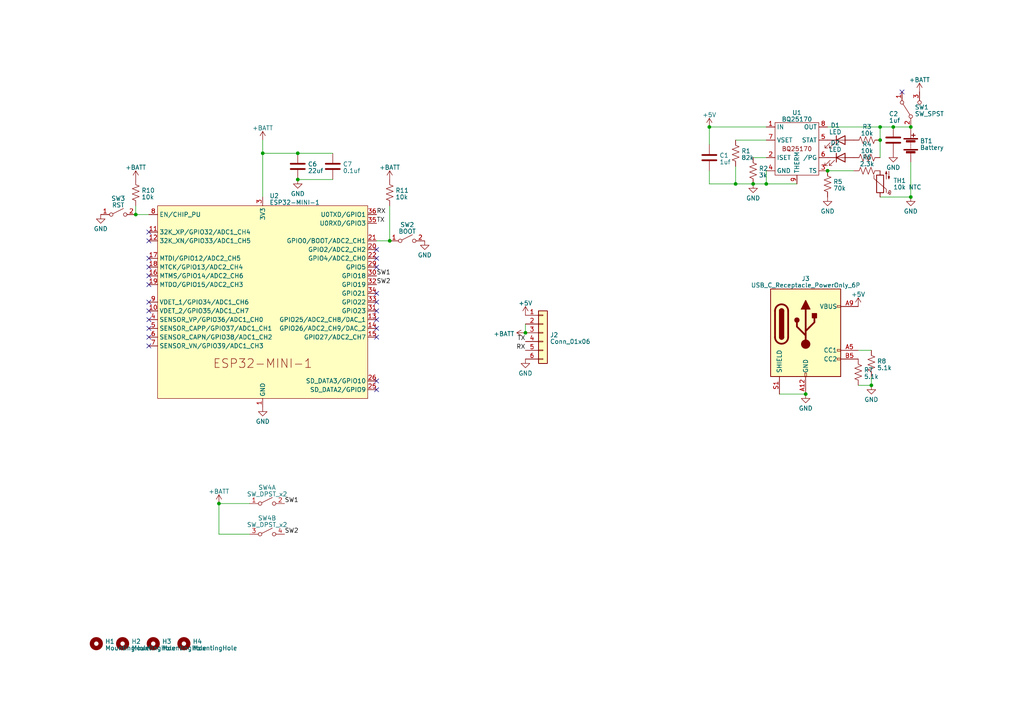
<source format=kicad_sch>
(kicad_sch (version 20230121) (generator eeschema)
  (paper "A4")
  (title_block (title "Camera Clicker") (comment 1 "Olympus OM-D Cameras with WiFi") (comment 2 "Apache-2.0 License") (comment 3 "© Aaron Patterson"))
  (lib_symbols
    (symbol "CameraClickerLibrary:BQ25170DSGR"
      (property "Reference" "U" (at 0 8.89 0))
      (symbol "BQ25170DSGR_0_1"
        (rectangle (start -6.35 7.62) (end 6.35 -7.62))
      )
      (symbol "BQ25170DSGR_1_1"
        (text "BQ25170" (at 0 0 0) (effects (font (size 1.27 1.27))))
        (pin power_in line (at -8.89 6.35 0) (length 2.54) (name "IN") (number "1"))
        (pin input line (at -8.89 -2.54 0) (length 2.54) (name "ISET") (number "2"))
        (pin input line (at 8.89 -6.35 180) (length 2.54) (name "TS") (number "3"))
        (pin power_in line (at -8.89 -6.35 0) (length 2.54) (name "GND") (number "4"))
        (pin output line (at 8.89 2.54 180) (length 2.54) (name "STAT") (number "5"))
        (pin output line (at 8.89 -2.54 180) (length 2.54) (name "/PG") (number "6"))
        (pin input line (at -8.89 2.54 0) (length 2.54) (name "VSET") (number "7"))
        (pin power_out line (at 8.89 6.35 180) (length 2.54) (name "OUT") (number "8"))
        (pin passive line (at 0 -10.16 90) (length 2.54) (name "THERM") (number "9"))
      )
    )
    (symbol "Connector:USB_C_Receptacle_PowerOnly_6P" (pin_names (offset 1.016))
      (property "Reference" "J" (at 0 16.51 0))
      (property "Value" "USB_C_Receptacle_PowerOnly_6P" (at 0 13.97 0))
      (symbol "USB_C_Receptacle_PowerOnly_6P_0_0"
        (rectangle (start -0.254 -12.7) (end 0.254 -11.684))
        (rectangle (start 10.16 -7.366) (end 9.144 -7.874))
        (rectangle (start 10.16 -4.826) (end 9.144 -5.334))
        (rectangle (start 10.16 7.874) (end 9.144 7.366))
      )
      (symbol "USB_C_Receptacle_PowerOnly_6P_0_1"
        (rectangle (start -10.16 12.7) (end 10.16 -12.7) (stroke (width 0.254)) (fill (type background)))
        (arc (start -8.89 -1.27) (mid -6.985 -3.1667) (end -5.08 -1.27) (stroke (width 0.508)))
        (arc (start -7.62 -1.27) (mid -6.985 -1.9023) (end -6.35 -1.27) (stroke (width 0.254)))
        (arc (start -7.62 -1.27) (mid -6.985 -1.9023) (end -6.35 -1.27) (stroke (width 0.254)) (fill (type outline)))
        (rectangle (start -7.62 -1.27) (end -6.35 6.35) (stroke (width 0.254)) (fill (type outline)))
        (arc (start -6.35 6.35) (mid -6.985 6.9823) (end -7.62 6.35) (stroke (width 0.254)))
        (arc (start -6.35 6.35) (mid -6.985 6.9823) (end -7.62 6.35) (stroke (width 0.254)) (fill (type outline)))
        (arc (start -5.08 6.35) (mid -6.985 8.2467) (end -8.89 6.35) (stroke (width 0.508)))
        (circle (center -2.54 3.683) (radius 0.635) (stroke (width 0.254)) (fill (type outline)))
        (circle (center 0 -3.302) (radius 1.27) (fill (type outline)))
        (polyline (pts (xy -8.89 -1.27) (xy -8.89 6.35)) (stroke (width 0.508)))
        (polyline (pts (xy -5.08 6.35) (xy -5.08 -1.27)) (stroke (width 0.508)))
        (polyline (pts (xy 0 -3.302) (xy 0 6.858)) (stroke (width 0.508)))
        (polyline (pts (xy 0 -0.762) (xy -2.54 1.778) (xy -2.54 3.048)) (stroke (width 0.508)))
        (polyline (pts (xy 0 0.508) (xy 2.54 3.048) (xy 2.54 4.318)) (stroke (width 0.508)))
        (polyline (pts (xy -1.27 6.858) (xy 0 9.398) (xy 1.27 6.858) (xy -1.27 6.858)) (stroke (width 0.254)) (fill (type outline)))
        (rectangle (start 1.905 4.318) (end 3.175 5.588) (stroke (width 0.254)) (fill (type outline)))
      )
      (symbol "USB_C_Receptacle_PowerOnly_6P_1_1"
        (pin passive line (at 0 -17.78 90) (length 5.08) (name "GND") (number "A12"))
        (pin bidirectional line (at 15.24 -5.08 180) (length 5.08) (name "CC1") (number "A5"))
        (pin passive line (at 15.24 7.62 180) (length 5.08) (name "VBUS") (number "A9"))
        (pin passive line (at 0 -17.78 90) (length 5.08) hide (name "GND") (number "B12"))
        (pin bidirectional line (at 15.24 -7.62 180) (length 5.08) (name "CC2") (number "B5"))
        (pin passive line (at 15.24 7.62 180) (length 5.08) hide (name "VBUS") (number "B9"))
        (pin passive line (at -7.62 -17.78 90) (length 5.08) (name "SHIELD") (number "S1"))
      )
    )
    (symbol "Connector_Generic:Conn_01x06" (pin_names (offset 1.016) hide)
      (property "Reference" "J" (at 0 7.62 0))
      (property "Value" "Conn_01x06" (at 0 -10.16 0))
      (symbol "Conn_01x06_1_1"
        (rectangle (start -1.27 -7.493) (end 0 -7.747) (stroke (width 0.1524)))
        (rectangle (start -1.27 -4.953) (end 0 -5.207) (stroke (width 0.1524)))
        (rectangle (start -1.27 -2.413) (end 0 -2.667) (stroke (width 0.1524)))
        (rectangle (start -1.27 0.127) (end 0 -0.127) (stroke (width 0.1524)))
        (rectangle (start -1.27 2.667) (end 0 2.413) (stroke (width 0.1524)))
        (rectangle (start -1.27 5.207) (end 0 4.953) (stroke (width 0.1524)))
        (rectangle (start -1.27 6.35) (end 1.27 -8.89) (stroke (width 0.254)) (fill (type background)))
        (pin passive line (at -5.08 5.08 0) (length 3.81) (name "Pin_1") (number "1"))
        (pin passive line (at -5.08 2.54 0) (length 3.81) (name "Pin_2") (number "2"))
        (pin passive line (at -5.08 0 0) (length 3.81) (name "Pin_3") (number "3"))
        (pin passive line (at -5.08 -2.54 0) (length 3.81) (name "Pin_4") (number "4"))
        (pin passive line (at -5.08 -5.08 0) (length 3.81) (name "Pin_5") (number "5"))
        (pin passive line (at -5.08 -7.62 0) (length 3.81) (name "Pin_6") (number "6"))
      )
    )
    (symbol "Device:Battery" (pin_numbers hide) (pin_names (offset 0) hide)
      (property "Reference" "BT" (at 2.54 2.54 0))
      (property "Value" "Battery" (at 2.54 0 0))
      (symbol "Battery_0_1"
        (rectangle (start -2.032 -1.397) (end 2.032 -1.651) (fill (type outline)))
        (rectangle (start -2.032 1.778) (end 2.032 1.524) (fill (type outline)))
        (rectangle (start -1.3208 -1.9812) (end 1.27 -2.4892) (fill (type outline)))
        (rectangle (start -1.3208 1.1938) (end 1.27 0.6858) (fill (type outline)))
        (polyline (pts (xy 0 -1.524) (xy 0 -1.27)))
        (polyline (pts (xy 0 -1.016) (xy 0 -0.762)))
        (polyline (pts (xy 0 -0.508) (xy 0 -0.254)))
        (polyline (pts (xy 0 0) (xy 0 0.254)))
        (polyline (pts (xy 0 0.508) (xy 0 0.762)))
        (polyline (pts (xy 0 1.778) (xy 0 2.54)))
        (polyline (pts (xy 0.254 2.667) (xy 1.27 2.667)) (stroke (width 0.254)))
        (polyline (pts (xy 0.762 3.175) (xy 0.762 2.159)) (stroke (width 0.254)))
      )
      (symbol "Battery_1_1"
        (pin passive line (at 0 5.08 270) (length 2.54) (name "+") (number "1"))
        (pin passive line (at 0 -5.08 90) (length 2.54) (name "-") (number "2"))
      )
    )
    (symbol "Device:C" (pin_numbers hide) (pin_names (offset 0.254))
      (property "Reference" "C" (at 0.635 2.54 0))
      (property "Value" "C" (at 0.635 -2.54 0))
      (symbol "C_0_1"
        (polyline (pts (xy -2.032 -0.762) (xy 2.032 -0.762)) (stroke (width 0.508)))
        (polyline (pts (xy -2.032 0.762) (xy 2.032 0.762)) (stroke (width 0.508)))
      )
      (symbol "C_1_1"
        (pin passive line (at 0 3.81 270) (length 2.794) (name "~") (number "1"))
        (pin passive line (at 0 -3.81 90) (length 2.794) (name "~") (number "2"))
      )
    )
    (symbol "Device:LED" (pin_numbers hide) (pin_names (offset 1.016) hide)
      (property "Reference" "D" (at 0 2.54 0))
      (property "Value" "LED" (at 0 -2.54 0))
      (symbol "LED_0_1"
        (polyline (pts (xy -1.27 -1.27) (xy -1.27 1.27)) (stroke (width 0.254)))
        (polyline (pts (xy -1.27 0) (xy 1.27 0)))
        (polyline (pts (xy 1.27 -1.27) (xy 1.27 1.27) (xy -1.27 0) (xy 1.27 -1.27)) (stroke (width 0.254)))
        (polyline (pts (xy -3.048 -0.762) (xy -4.572 -2.286) (xy -3.81 -2.286) (xy -4.572 -2.286) (xy -4.572 -1.524)))
        (polyline (pts (xy -1.778 -0.762) (xy -3.302 -2.286) (xy -2.54 -2.286) (xy -3.302 -2.286) (xy -3.302 -1.524)))
      )
      (symbol "LED_1_1"
        (pin passive line (at -3.81 0 0) (length 2.54) (name "K") (number "1"))
        (pin passive line (at 3.81 0 180) (length 2.54) (name "A") (number "2"))
      )
    )
    (symbol "Device:R_US" (pin_numbers hide) (pin_names (offset 0))
      (property "Reference" "R" (at 2.54 0 90))
      (property "Value" "R_US" (at -2.54 0 90))
      (symbol "R_US_0_1"
        (polyline (pts (xy 0 -2.286) (xy 0 -2.54)))
        (polyline (pts (xy 0 2.286) (xy 0 2.54)))
        (polyline (pts (xy 0 -0.762) (xy 1.016 -1.143) (xy 0 -1.524) (xy -1.016 -1.905) (xy 0 -2.286)))
        (polyline (pts (xy 0 0.762) (xy 1.016 0.381) (xy 0 0) (xy -1.016 -0.381) (xy 0 -0.762)))
        (polyline (pts (xy 0 2.286) (xy 1.016 1.905) (xy 0 1.524) (xy -1.016 1.143) (xy 0 0.762)))
      )
      (symbol "R_US_1_1"
        (pin passive line (at 0 3.81 270) (length 1.27) (name "~") (number "1"))
        (pin passive line (at 0 -3.81 90) (length 1.27) (name "~") (number "2"))
      )
    )
    (symbol "Device:Thermistor_NTC" (pin_numbers hide) (pin_names (offset 0))
      (property "Reference" "TH" (at -4.445 0 90))
      (property "Value" "Thermistor_NTC" (at 3.175 0 90))
      (symbol "Thermistor_NTC_0_1"
        (arc (start -3.048 2.159) (mid -3.0495 2.3143) (end -3.175 2.413))
        (arc (start -3.048 2.159) (mid -2.9736 1.9794) (end -2.794 1.905))
        (arc (start -3.048 2.794) (mid -2.9736 2.6144) (end -2.794 2.54))
        (arc (start -2.794 1.905) (mid -2.6144 1.9794) (end -2.54 2.159))
        (arc (start -2.794 2.54) (mid -2.4393 2.5587) (end -2.159 2.794))
        (arc (start -2.794 3.048) (mid -2.9736 2.9736) (end -3.048 2.794))
        (arc (start -2.54 2.794) (mid -2.6144 2.9736) (end -2.794 3.048))
        (rectangle (start -1.016 2.54) (end 1.016 -2.54) (stroke (width 0.254)))
        (polyline (pts (xy -2.54 2.159) (xy -2.54 2.794)))
        (polyline (pts (xy -1.778 2.54) (xy -1.778 1.524) (xy 1.778 -1.524) (xy 1.778 -2.54)))
        (polyline (pts (xy -2.54 -3.683) (xy -2.54 -1.397) (xy -2.794 -2.159) (xy -2.286 -2.159) (xy -2.54 -1.397) (xy -2.54 -1.651)) (fill (type outline)))
        (polyline (pts (xy -1.778 -1.397) (xy -1.778 -3.683) (xy -2.032 -2.921) (xy -1.524 -2.921) (xy -1.778 -3.683) (xy -1.778 -3.429)) (fill (type outline)))
      )
      (symbol "Thermistor_NTC_1_1"
        (pin passive line (at 0 3.81 270) (length 1.27) (name "~") (number "1"))
        (pin passive line (at 0 -3.81 90) (length 1.27) (name "~") (number "2"))
      )
    )
    (symbol "Espressif:ESP32-MINI-1"
      (property "Reference" "U" (at -30.48 33.02 0))
      (property "Value" "ESP32-MINI-1" (at -30.48 30.48 0))
      (symbol "ESP32-MINI-1_0_0"
        (text "ESP32-MINI-1" (at 0 -17.78 0) (effects (font (size 2.54 2.54))))
        (pin power_in line (at 0 -30.48 90) (length 2.54) (name "GND") (number "1"))
        (pin bidirectional line (at 33.02 7.62 180) (length 2.54) (name "GPIO18") (number "30"))
        (pin bidirectional line (at 33.02 -2.54 180) (length 2.54) (name "GPIO23") (number "31"))
        (pin passive line (at 0 -30.48 90) (length 2.54) hide (name "GND") (number "42"))
        (pin passive line (at 0 -30.48 90) (length 2.54) hide (name "GND") (number "47"))
      )
      (symbol "ESP32-MINI-1_0_1"
        (rectangle (start -30.48 27.94) (end 30.48 -27.94) (fill (type background)))
        (pin passive line (at 0 -30.48 90) (length 2.54) hide (name "GND") (number "38"))
        (pin passive line (at 0 -30.48 90) (length 2.54) hide (name "GND") (number "39"))
        (pin passive line (at 0 -30.48 90) (length 2.54) hide (name "GND") (number "40"))
        (pin passive line (at 0 -30.48 90) (length 2.54) hide (name "GND") (number "41"))
        (pin passive line (at 0 -30.48 90) (length 2.54) hide (name "GND") (number "43"))
        (pin passive line (at 0 -30.48 90) (length 2.54) hide (name "GND") (number "44"))
        (pin passive line (at 0 -30.48 90) (length 2.54) hide (name "GND") (number "45"))
        (pin passive line (at 0 -30.48 90) (length 2.54) hide (name "GND") (number "46"))
        (pin passive line (at 0 -30.48 90) (length 2.54) hide (name "GND") (number "48"))
        (pin passive line (at 0 -30.48 90) (length 2.54) hide (name "GND") (number "49"))
        (pin passive line (at 0 -30.48 90) (length 2.54) hide (name "GND") (number "50"))
        (pin passive line (at 0 -30.48 90) (length 2.54) hide (name "GND") (number "51"))
        (pin passive line (at 0 -30.48 90) (length 2.54) hide (name "GND") (number "52"))
        (pin passive line (at 0 -30.48 90) (length 2.54) hide (name "GND") (number "53"))
        (pin passive line (at 0 -30.48 90) (length 2.54) hide (name "GND") (number "54"))
        (pin passive line (at 0 -30.48 90) (length 2.54) hide (name "GND") (number "55"))
      )
      (symbol "ESP32-MINI-1_1_1"
        (pin input line (at -33.02 -2.54 0) (length 2.54) (name "VDET_2/GPIO35/ADC1_CH7") (number "10"))
        (pin bidirectional line (at -33.02 20.32 0) (length 2.54) (name "32K_XP/GPIO32/ADC1_CH4") (number "11"))
        (pin bidirectional line (at -33.02 17.78 0) (length 2.54) (name "32K_XN/GPIO33/ADC1_CH5") (number "12"))
        (pin bidirectional line (at 33.02 -5.08 180) (length 2.54) (name "GPIO25/ADC2_CH8/DAC_1") (number "13"))
        (pin bidirectional line (at 33.02 -7.62 180) (length 2.54) (name "GPIO26/ADC2_CH9/DAC_2") (number "14"))
        (pin bidirectional line (at 33.02 -10.16 180) (length 2.54) (name "GPIO27/ADC2_CH7") (number "15"))
        (pin bidirectional line (at -33.02 7.62 0) (length 2.54) (name "MTMS/GPIO14/ADC2_CH6") (number "16"))
        (pin bidirectional line (at -33.02 12.7 0) (length 2.54) (name "MTDI/GPIO12/ADC2_CH5") (number "17"))
        (pin bidirectional line (at -33.02 10.16 0) (length 2.54) (name "MTCK/GPIO13/ADC2_CH4") (number "18"))
        (pin bidirectional line (at -33.02 5.08 0) (length 2.54) (name "MTDO/GPIO15/ADC2_CH3") (number "19"))
        (pin passive line (at 0 -30.48 90) (length 2.54) hide (name "GND") (number "2"))
        (pin bidirectional line (at 33.02 15.24 180) (length 2.54) (name "GPIO2/ADC2_CH2") (number "20"))
        (pin bidirectional line (at 33.02 17.78 180) (length 2.54) (name "GPIO0/BOOT/ADC2_CH1") (number "21"))
        (pin bidirectional line (at 33.02 12.7 180) (length 2.54) (name "GPIO4/ADC2_CH0") (number "22"))
        (pin no_connect line (at -30.48 -17.78 0) (length 2.54) hide (name "NC") (number "23"))
        (pin no_connect line (at -30.48 -20.32 0) (length 2.54) hide (name "NC") (number "24"))
        (pin bidirectional line (at 33.02 -25.4 180) (length 2.54) (name "SD_DATA2/GPIO9") (number "25"))
        (pin bidirectional line (at 33.02 -22.86 180) (length 2.54) (name "SD_DATA3/GPIO10") (number "26"))
        (pin passive line (at 0 -30.48 90) (length 2.54) hide (name "GND") (number "27"))
        (pin no_connect line (at -30.48 -22.86 0) (length 2.54) hide (name "NC") (number "28"))
        (pin bidirectional line (at 33.02 10.16 180) (length 2.54) (name "GPIO5") (number "29"))
        (pin power_in line (at 0 30.48 270) (length 2.54) (name "3V3") (number "3"))
        (pin bidirectional line (at 33.02 5.08 180) (length 2.54) (name "GPIO19") (number "32"))
        (pin bidirectional line (at 33.02 0 180) (length 2.54) (name "GPIO22") (number "33"))
        (pin bidirectional line (at 33.02 2.54 180) (length 2.54) (name "GPIO21") (number "34"))
        (pin bidirectional line (at 33.02 22.86 180) (length 2.54) (name "U0RXD/GPIO3") (number "35"))
        (pin bidirectional line (at 33.02 25.4 180) (length 2.54) (name "U0TXD/GPIO1") (number "36"))
        (pin no_connect line (at -30.48 -25.4 0) (length 2.54) hide (name "NC") (number "37"))
        (pin input line (at -33.02 -5.08 0) (length 2.54) (name "SENSOR_VP/GPIO36/ADC1_CH0") (number "4"))
        (pin input line (at -33.02 -7.62 0) (length 2.54) (name "SENSOR_CAPP/GPIO37/ADC1_CH1") (number "5"))
        (pin input line (at -33.02 -10.16 0) (length 2.54) (name "SENSOR_CAPN/GPIO38/ADC1_CH2") (number "6"))
        (pin input line (at -33.02 -12.7 0) (length 2.54) (name "SENSOR_VN/GPIO39/ADC1_CH3") (number "7"))
        (pin input line (at -33.02 25.4 0) (length 2.54) (name "EN/CHIP_PU") (number "8"))
        (pin input line (at -33.02 0 0) (length 2.54) (name "VDET_1/GPIO34/ADC1_CH6") (number "9"))
      )
    )
    (symbol "Mechanical:MountingHole" (pin_names (offset 1.016))
      (property "Reference" "H" (at 0 5.08 0))
      (property "Value" "MountingHole" (at 0 3.175 0))
      (symbol "MountingHole_0_1"
        (circle (center 0 0) (radius 1.27) (stroke (width 1.27)))
      )
    )
    (symbol "Switch:SW_DPST_x2" (pin_names (offset 0) hide)
      (property "Reference" "SW" (at 0 3.175 0))
      (property "Value" "SW_DPST_x2" (at 0 -2.54 0))
      (symbol "SW_DPST_x2_0_0"
        (circle (center -2.032 0) (radius 0.508))
        (polyline (pts (xy -1.524 0.254) (xy 1.524 1.778)))
        (circle (center 2.032 0) (radius 0.508))
      )
      (symbol "SW_DPST_x2_1_1"
        (pin passive line (at -5.08 0 0) (length 2.54) (name "A") (number "1"))
        (pin passive line (at 5.08 0 180) (length 2.54) (name "B") (number "2"))
      )
      (symbol "SW_DPST_x2_2_1"
        (pin passive line (at -5.08 0 0) (length 2.54) (name "A") (number "3"))
        (pin passive line (at 5.08 0 180) (length 2.54) (name "B") (number "4"))
      )
    )
    (symbol "Switch:SW_SPDT" (pin_names (offset 0) hide)
      (property "Reference" "SW" (at 0 4.318 0))
      (property "Value" "SW_SPDT" (at 0 -5.08 0))
      (symbol "SW_SPDT_0_0"
        (circle (center -2.032 0) (radius 0.508))
        (circle (center 2.032 -2.54) (radius 0.508))
      )
      (symbol "SW_SPDT_0_1"
        (polyline (pts (xy -1.524 0.254) (xy 1.651 2.286)))
        (circle (center 2.032 2.54) (radius 0.508))
      )
      (symbol "SW_SPDT_1_1"
        (pin passive line (at 5.08 2.54 180) (length 2.54) (name "A") (number "1"))
        (pin passive line (at -5.08 0 0) (length 2.54) (name "B") (number "2"))
        (pin passive line (at 5.08 -2.54 180) (length 2.54) (name "C") (number "3"))
      )
    )
    (symbol "Switch:SW_SPST" (pin_names (offset 0) hide)
      (property "Reference" "SW" (at 0 3.175 0))
      (property "Value" "SW_SPST" (at 0 -2.54 0))
      (symbol "SW_SPST_0_0"
        (circle (center -2.032 0) (radius 0.508))
        (polyline (pts (xy -1.524 0.254) (xy 1.524 1.778)))
        (circle (center 2.032 0) (radius 0.508))
      )
      (symbol "SW_SPST_1_1"
        (pin passive line (at -5.08 0 0) (length 2.54) (name "A") (number "1"))
        (pin passive line (at 5.08 0 180) (length 2.54) (name "B") (number "2"))
      )
    )
    (symbol "power:+5V" (power) (pin_names (offset 0))
      (property "Value" "+5V" (at 0 3.556 0))
      (symbol "+5V_0_1"
        (polyline (pts (xy -0.762 1.27) (xy 0 2.54)))
        (polyline (pts (xy 0 0) (xy 0 2.54)))
        (polyline (pts (xy 0 2.54) (xy 0.762 1.27)))
      )
      (symbol "+5V_1_1"
        (pin power_in line (at 0 0 90) (length 0) hide (name "+5V") (number "1"))
      )
    )
    (symbol "power:+BATT" (power) (pin_names (offset 0))
      (property "Value" "+BATT" (at 0 3.556 0))
      (symbol "+BATT_0_1"
        (polyline (pts (xy -0.762 1.27) (xy 0 2.54)))
        (polyline (pts (xy 0 0) (xy 0 2.54)))
        (polyline (pts (xy 0 2.54) (xy 0.762 1.27)))
      )
      (symbol "+BATT_1_1"
        (pin power_in line (at 0 0 90) (length 0) hide (name "+BATT") (number "1"))
      )
    )
    (symbol "power:GND" (power) (pin_names (offset 0))
      (property "Value" "GND" (at 0 -3.81 0))
      (symbol "GND_0_1"
        (polyline (pts (xy 0 0) (xy 0 -1.27) (xy 1.27 -1.27) (xy 0 -2.54) (xy -1.27 -1.27) (xy 0 -1.27)))
      )
      (symbol "GND_1_1"
        (pin power_in line (at 0 0 270) (length 0) hide (name "GND") (number "1"))
      )
    )
  )
  (junction (at 86.36 52.07))
  (junction (at 213.36 53.34))
  (junction (at 218.44 53.34))
  (junction (at 113.03 69.85))
  (junction (at 86.36 44.45))
  (junction (at 233.68 114.3))
  (junction (at 63.5 146.05))
  (junction (at 259.08 36.83))
  (junction (at 152.4 96.52))
  (junction (at 240.03 49.53))
  (junction (at 205.74 36.83))
  (junction (at 252.73 111.76))
  (junction (at 255.27 40.64))
  (junction (at 222.25 53.34))
  (junction (at 255.27 36.83))
  (junction (at 264.16 36.83))
  (junction (at 76.2 44.45))
  (junction (at 264.16 57.15))
  (junction (at 39.37 62.23))
  (no_connect (at 109.22 72.39))
  (no_connect (at 43.18 95.25))
  (no_connect (at 43.18 87.63))
  (no_connect (at 43.18 100.33))
  (no_connect (at 261.62 26.67))
  (no_connect (at 109.22 113.03))
  (no_connect (at 43.18 67.31))
  (no_connect (at 109.22 95.25))
  (no_connect (at 43.18 74.93))
  (no_connect (at 109.22 92.71))
  (no_connect (at 43.18 69.85))
  (no_connect (at 43.18 77.47))
  (no_connect (at 109.22 74.93))
  (no_connect (at 109.22 90.17))
  (no_connect (at 109.22 85.09))
  (no_connect (at 43.18 97.79))
  (no_connect (at 109.22 97.79))
  (no_connect (at 109.22 110.49))
  (no_connect (at 43.18 82.55))
  (no_connect (at 109.22 77.47))
  (no_connect (at -21.59 86.36))
  (no_connect (at 43.18 92.71))
  (no_connect (at 43.18 90.17))
  (no_connect (at 43.18 80.01))
  (no_connect (at 109.22 87.63))
  (wire (pts (xy 205.74 49.53) (xy 205.74 53.34)))
  (wire (pts (xy 248.92 101.6) (xy 252.73 101.6)))
  (wire (pts (xy 96.52 44.45) (xy 86.36 44.45)))
  (wire (pts (xy 252.73 111.76) (xy 248.92 111.76)))
  (wire (pts (xy 255.27 36.83) (xy 255.27 40.64)))
  (wire (pts (xy 213.36 40.64) (xy 222.25 40.64)))
  (wire (pts (xy 113.03 69.85) (xy 113.03 59.69)))
  (wire (pts (xy 86.36 44.45) (xy 76.2 44.45)))
  (wire (pts (xy 259.08 36.83) (xy 264.16 36.83)))
  (wire (pts (xy 222.25 49.53) (xy 222.25 53.34)))
  (wire (pts (xy 213.36 53.34) (xy 218.44 53.34)))
  (wire (pts (xy 76.2 44.45) (xy 76.2 40.64)))
  (wire (pts (xy 63.5 146.05) (xy 63.5 154.94)))
  (wire (pts (xy 240.03 49.53) (xy 247.65 49.53)))
  (wire (pts (xy 205.74 53.34) (xy 213.36 53.34)))
  (wire (pts (xy 63.5 154.94) (xy 72.39 154.94)))
  (wire (pts (xy 43.18 62.23) (xy 39.37 62.23)))
  (wire (pts (xy 86.36 52.07) (xy 96.52 52.07)))
  (wire (pts (xy 152.4 93.98) (xy 152.4 96.52)))
  (wire (pts (xy 255.27 36.83) (xy 259.08 36.83)))
  (wire (pts (xy 213.36 53.34) (xy 213.36 48.26)))
  (wire (pts (xy 255.27 40.64) (xy 255.27 45.72)))
  (wire (pts (xy 222.25 53.34) (xy 218.44 53.34)))
  (wire (pts (xy 76.2 44.45) (xy 76.2 57.15)))
  (wire (pts (xy 252.73 109.22) (xy 252.73 111.76)))
  (wire (pts (xy 205.74 36.83) (xy 205.74 41.91)))
  (wire (pts (xy 222.25 53.34) (xy 231.14 53.34)))
  (wire (pts (xy 39.37 62.23) (xy 39.37 59.69)))
  (wire (pts (xy 205.74 36.83) (xy 222.25 36.83)))
  (wire (pts (xy 218.44 45.72) (xy 222.25 45.72)))
  (wire (pts (xy 264.16 57.15) (xy 255.27 57.15)))
  (wire (pts (xy 109.22 69.85) (xy 113.03 69.85)))
  (wire (pts (xy 264.16 46.99) (xy 264.16 57.15)))
  (wire (pts (xy 226.06 114.3) (xy 233.68 114.3)))
  (wire (pts (xy 240.03 36.83) (xy 255.27 36.83)))
  (wire (pts (xy 72.39 146.05) (xy 63.5 146.05)))
  (label "TX" (at 152.4 99.06 180))
  (label "TX" (at 109.22 64.77 0))
  (label "SW2" (at 82.55 154.94 0))
  (label "SW1" (at 109.22 80.01 0))
  (label "RX" (at 109.22 62.23 0))
  (label "RX" (at 152.4 101.6 180))
  (label "SW1" (at 82.55 146.05 0))
  (label "SW2" (at 109.22 82.55 0))
  (symbol (lib_id "power:GND") (at 233.68 114.3 0) (unit 1)
    (property "Reference" "#PWR09" (effects hide))
    (property "Value" "GND" (at 233.68 118.4355 0))
  )
  (symbol (lib_id "Connector:USB_C_Receptacle_PowerOnly_6P") (at 233.68 96.52 0) (unit 1)
    (property "Reference" "J3" (at 233.68 80.8101 0))
    (property "Value" "USB_C_Receptacle_PowerOnly_6P" (at 233.68 82.7311 0))
    (property "Footprint" "switch-footprints:USB_C_Receptacle_Amphenol_10164359-3A" (effects hide))
    (property "Datasheet" "https://www.usb.org/sites/default/files/documents/usb_type-c.zip" (effects hide))
    (property "Link" "https://www.digikey.com/en/products/detail/amphenol-cs-fci/10164359-00011LF/18443702" (effects hide))
  )
  (symbol (lib_id "power:+BATT") (at 63.5 146.05 0) (unit 1)
    (property "Reference" "#PWR025" (effects hide))
    (property "Value" "+BATT" (at 63.5 142.5481 0))
  )
  (symbol (lib_id "Device:R_US") (at 218.44 49.53 0) (unit 1)
    (property "Reference" "R2" (at 220.091 48.8863 0) (effects (justify left)))
    (property "Value" "3k" (at 220.091 50.8073 0) (effects (justify left)))
    (property "Footprint" "Resistor_SMD:R_0402_1005Metric" (effects hide))
  )
  (symbol (lib_id "Device:R_US") (at 252.73 105.41 0) (unit 1)
    (property "Reference" "R8" (at 254.381 104.7663 0) (effects (justify left)))
    (property "Value" "5.1k" (at 254.381 106.6873 0) (effects (justify left)))
    (property "Footprint" "Resistor_SMD:R_1206_3216Metric" (effects hide))
  )
  (symbol (lib_id "Mechanical:MountingHole") (at 35.56 186.69 0) (unit 1)
    (property "Reference" "H2" (at 38.1 186.0463 0) (effects (justify left)))
    (property "Value" "MountingHole" (at 38.1 187.9673 0) (effects (justify left)))
    (property "Footprint" "MountingHole:MountingHole_2.2mm_M2" (effects hide))
  )
  (symbol (lib_id "Device:Thermistor_NTC") (at 255.27 53.34 180) (unit 1)
    (property "Reference" "TH1" (at 259.08 52.3788 0) (effects (justify right)))
    (property "Value" "10k NTC" (at 259.08 54.2998 0) (effects (justify right)))
    (property "Footprint" "Resistor_SMD:R_1206_3216Metric_Pad1.30x1.75mm_HandSolder" (effects hide))
    (property "Datasheet" "https://product.tdk.com/system/files/dam/doc/product/sensor/ntc/chip-ntc-thermistor/catalog/tpd_commercial_ntc-thermistor_ntcg_en.pdf" (effects hide))
  )
  (symbol (lib_id "Mechanical:MountingHole") (at 27.94 186.69 0) (unit 1)
    (property "Reference" "H1" (at 30.48 186.0463 0) (effects (justify left)))
    (property "Value" "MountingHole" (at 30.48 187.9673 0) (effects (justify left)))
    (property "Footprint" "MountingHole:MountingHole_2.2mm_M2" (effects hide))
  )
  (symbol (lib_id "power:+BATT") (at 266.7 26.67 0) (unit 1)
    (property "Reference" "#PWR03" (effects hide))
    (property "Value" "+BATT" (at 266.7 23.1681 0))
  )
  (symbol (lib_id "power:+BATT") (at 113.03 52.07 0) (unit 1)
    (property "Reference" "#PWR020" (effects hide))
    (property "Value" "+BATT" (at 113.03 48.5681 0))
  )
  (symbol (lib_id "power:GND") (at 29.21 62.23 0) (unit 1)
    (property "Reference" "#PWR024" (effects hide))
    (property "Value" "GND" (at 29.21 66.3655 0))
  )
  (symbol (lib_id "power:+5V") (at 205.74 36.83 0) (unit 1)
    (property "Reference" "#PWR01" (effects hide))
    (property "Value" "+5V" (at 205.74 33.3281 0))
  )
  (symbol (lib_id "Device:R_US") (at 240.03 53.34 0) (unit 1)
    (property "Reference" "R5" (at 241.681 52.6963 0) (effects (justify left)))
    (property "Value" "70k" (at 241.681 54.6173 0) (effects (justify left)))
    (property "Footprint" "Resistor_SMD:R_0402_1005Metric" (effects hide))
  )
  (symbol (lib_id "power:GND") (at 259.08 44.45 0) (unit 1)
    (property "Reference" "#PWR05" (effects hide))
    (property "Value" "GND" (at 259.08 48.5855 0))
  )
  (symbol (lib_id "power:+5V") (at 152.4 91.44 0) (unit 1)
    (property "Reference" "#PWR029" (effects hide))
    (property "Value" "+5V" (at 152.4 87.9381 0))
  )
  (symbol (lib_id "Switch:SW_DPST_x2") (at 77.47 154.94 0) (unit 2)
    (property "Reference" "SW4" (at 77.47 150.2791 0))
    (property "Value" "SW_DPST_x2" (at 77.47 152.2001 0))
    (property "Footprint" "CameraClickerFootprints:EVPAX-A1A" (effects hide))
    (property "Datasheet" "https://www3.panasonic.biz/ac/e_download/control/switch/light-touch/catalog/sw_lt_eng_3026s_w.pdf" (effects hide))
    (property "Link" "https://www.digikey.com/en/products/detail/panasonic-electronic-components/EVP-AXBA1A/4930566" (effects hide))
  )
  (symbol (lib_id "power:+BATT") (at 76.2 40.64 0) (unit 1)
    (property "Reference" "#PWR019" (effects hide))
    (property "Value" "+BATT" (at 76.2 37.1381 0))
  )
  (symbol (lib_id "Switch:SW_SPDT") (at 264.16 31.75 90) (unit 1)
    (property "Reference" "SW1" (at 265.303 31.1063 90) (effects (justify right)))
    (property "Value" "SW_SPST" (at 265.303 33.0273 90) (effects (justify right)))
    (property "Footprint" "Button_Switch_THT:SW_CuK_OS102011MA1QN1_SPDT_Angled" (effects hide))
    (property "Link" "https://www.digikey.com/en/products/detail/te-connectivity-alcoswitch-switches/1825232-1/4021554" (effects hide))
  )
  (symbol (lib_id "Device:R_US") (at 251.46 40.64 90) (unit 1)
    (property "Reference" "R3" (at 251.46 36.7411 90))
    (property "Value" "10k" (at 251.46 38.6621 90))
    (property "Footprint" "Resistor_SMD:R_1206_3216Metric" (effects hide))
  )
  (symbol (lib_id "power:GND") (at 86.36 52.07 0) (unit 1)
    (property "Reference" "#PWR022" (effects hide))
    (property "Value" "GND" (at 86.36 56.2055 0))
  )
  (symbol (lib_id "Device:R_US") (at 213.36 44.45 0) (unit 1)
    (property "Reference" "R1" (at 215.011 43.8063 0) (effects (justify left)))
    (property "Value" "82k" (at 215.011 45.7273 0) (effects (justify left)))
    (property "Footprint" "Resistor_SMD:R_0402_1005Metric" (effects hide))
  )
  (symbol (lib_id "Switch:SW_SPST") (at 34.29 62.23 0) (unit 1)
    (property "Reference" "SW3" (at 34.29 57.5691 0))
    (property "Value" "RST" (at 34.29 59.4901 0))
    (property "Footprint" "switch-footprints:SW_SPST_PTS526" (effects hide))
    (property "Datasheet" "https://www.ckswitches.com/media/2780/pts526.pdf" (effects hide))
    (property "Link" "https://www.digikey.com/en/products/detail/c-k/PTS526-SK15-SMTR2-LFS/10056626" (effects hide))
  )
  (symbol (lib_id "power:GND") (at 264.16 57.15 0) (unit 1)
    (property "Reference" "#PWR06" (effects hide))
    (property "Value" "GND" (at 264.16 61.2855 0))
  )
  (symbol (lib_id "Device:C") (at 205.74 45.72 0) (unit 1)
    (property "Reference" "C1" (at 208.661 45.0763 0) (effects (justify left)))
    (property "Value" "1uf" (at 208.661 46.9973 0) (effects (justify left)))
    (property "Footprint" "Capacitor_SMD:C_0402_1005Metric" (effects hide))
  )
  (symbol (lib_id "Device:C") (at 96.52 48.26 0) (unit 1)
    (property "Reference" "C7" (at 99.441 47.6163 0) (effects (justify left)))
    (property "Value" "0.1uf" (at 99.441 49.5373 0) (effects (justify left)))
    (property "Footprint" "Capacitor_SMD:C_1206_3216Metric" (effects hide))
  )
  (symbol (lib_id "Mechanical:MountingHole") (at 44.45 186.69 0) (unit 1)
    (property "Reference" "H3" (at 46.99 186.0463 0) (effects (justify left)))
    (property "Value" "MountingHole" (at 46.99 187.9673 0) (effects (justify left)))
    (property "Footprint" "MountingHole:MountingHole_2.2mm_M2" (effects hide))
  )
  (symbol (lib_id "Switch:SW_SPST") (at 118.11 69.85 0) (unit 1)
    (property "Reference" "SW2" (at 118.11 65.1891 0))
    (property "Value" "BOOT" (at 118.11 67.1101 0))
    (property "Footprint" "switch-footprints:SW_SPST_PTS526" (effects hide))
    (property "Datasheet" "https://www.ckswitches.com/media/2780/pts526.pdf" (effects hide))
    (property "Link" "https://www.digikey.com/en/products/detail/c-k/PTS526-SK15-SMTR2-LFS/10056626" (effects hide))
  )
  (symbol (lib_id "power:GND") (at 123.19 69.85 0) (unit 1)
    (property "Reference" "#PWR023" (effects hide))
    (property "Value" "GND" (at 123.19 73.9855 0))
  )
  (symbol (lib_id "Mechanical:MountingHole") (at 53.34 186.69 0) (unit 1)
    (property "Reference" "H4" (at 55.88 186.0463 0) (effects (justify left)))
    (property "Value" "MountingHole" (at 55.88 187.9673 0) (effects (justify left)))
    (property "Footprint" "MountingHole:MountingHole_2.2mm_M2" (effects hide))
  )
  (symbol (lib_id "Device:LED") (at 243.84 40.64 0) (unit 1)
    (property "Reference" "D1" (at 242.2525 36.3601 0))
    (property "Value" "LED" (at 242.2525 38.2811 0))
    (property "Footprint" "LED_SMD:LED_1206_3216Metric" (effects hide))
  )
  (symbol (lib_id "power:GND") (at 152.4 104.14 0) (unit 1)
    (property "Reference" "#PWR026" (effects hide))
    (property "Value" "GND" (at 152.4 108.2755 0))
  )
  (symbol (lib_id "Espressif:ESP32-MINI-1") (at 76.2 87.63 0) (unit 1)
    (property "Reference" "U2" (at 78.1559 56.8071 0) (effects (justify left)))
    (property "Value" "ESP32-MINI-1" (at 78.1559 58.7281 0) (effects (justify left)))
    (property "Footprint" "Espressif:ESP32-MINI-1" (effects hide))
    (property "Datasheet" "https://www.espressif.com/sites/default/files/documentation/esp32-mini-1_datasheet_en.pdf" (effects hide))
    (property "Link" "https://www.digikey.com/en/products/detail/espressif-systems/ESP32-MINI-1-N4/13532111" (effects hide))
  )
  (symbol (lib_id "Device:Battery") (at 264.16 41.91 0) (unit 1)
    (property "Reference" "BT1" (at 266.827 40.8853 0) (effects (justify left)))
    (property "Value" "Battery" (at 266.827 42.8063 0) (effects (justify left)))
    (property "Footprint" "Battery:BatteryHolder_Keystone_1042_1x18650" (effects hide))
    (property "Datasheet" "https://www.keyelco.com/userAssets/file/M65p27.pdf" (effects hide))
    (property "Link" "https://www.digikey.com/en/products/detail/keystone-electronics/1042/2745668" (effects hide))
  )
  (symbol (lib_id "power:+5V") (at 248.92 88.9 0) (unit 1)
    (property "Reference" "#PWR07" (effects hide))
    (property "Value" "+5V" (at 248.92 85.3981 0))
  )
  (symbol (lib_id "Device:R_US") (at 248.92 107.95 0) (unit 1)
    (property "Reference" "R7" (at 250.571 107.3063 0) (effects (justify left)))
    (property "Value" "5.1k" (at 250.571 109.2273 0) (effects (justify left)))
    (property "Footprint" "Resistor_SMD:R_1206_3216Metric" (effects hide))
  )
  (symbol (lib_id "Device:C") (at 259.08 40.64 0) (unit 1)
    (property "Reference" "C2" (at 257.81 33.02 0) (effects (justify left)))
    (property "Value" "1uf" (at 257.81 34.941 0) (effects (justify left)))
    (property "Footprint" "Capacitor_SMD:C_0402_1005Metric" (effects hide))
  )
  (symbol (lib_id "Device:C") (at 86.36 48.26 0) (unit 1)
    (property "Reference" "C6" (at 89.281 47.6163 0) (effects (justify left)))
    (property "Value" "22uf" (at 89.281 49.5373 0) (effects (justify left)))
    (property "Footprint" "Capacitor_SMD:C_1206_3216Metric" (effects hide))
  )
  (symbol (lib_id "Connector_Generic:Conn_01x06") (at 157.48 96.52 0) (unit 1)
    (property "Reference" "J2" (at 159.512 97.1463 0) (effects (justify left)))
    (property "Value" "Conn_01x06" (at 159.512 99.0673 0) (effects (justify left)))
    (property "Footprint" "Connector_PinHeader_2.54mm:PinHeader_1x06_P2.54mm_Vertical" (effects hide))
  )
  (symbol (lib_id "power:GND") (at 240.03 57.15 0) (unit 1)
    (property "Reference" "#PWR04" (effects hide))
    (property "Value" "GND" (at 240.03 61.2855 0))
  )
  (symbol (lib_id "Device:LED") (at 243.84 45.72 0) (unit 1)
    (property "Reference" "D2" (at 242.2525 41.4401 0))
    (property "Value" "LED" (at 242.2525 43.3611 0))
    (property "Footprint" "LED_SMD:LED_1206_3216Metric" (effects hide))
  )
  (symbol (lib_id "Device:R_US") (at 113.03 55.88 0) (unit 1)
    (property "Reference" "R11" (at 114.681 55.2363 0) (effects (justify left)))
    (property "Value" "10k" (at 114.681 57.1573 0) (effects (justify left)))
    (property "Footprint" "Resistor_SMD:R_1206_3216Metric" (effects hide))
  )
  (symbol (lib_id "power:GND") (at 252.73 111.76 0) (unit 1)
    (property "Reference" "#PWR08" (effects hide))
    (property "Value" "GND" (at 252.73 115.8955 0))
  )
  (symbol (lib_id "power:+BATT") (at 152.4 96.52 90) (unit 1)
    (property "Reference" "#PWR027" (effects hide))
    (property "Value" "+BATT" (at 149.225 96.8368 90) (effects (justify left)))
  )
  (symbol (lib_id "Device:R_US") (at 251.46 49.53 90) (unit 1)
    (property "Reference" "R6" (at 251.46 45.6311 90))
    (property "Value" "2.3k" (at 251.46 47.5521 90))
    (property "Footprint" "Resistor_SMD:R_0402_1005Metric" (effects hide))
  )
  (symbol (lib_id "Device:R_US") (at 251.46 45.72 90) (unit 1)
    (property "Reference" "R4" (at 251.46 41.8211 90))
    (property "Value" "10k" (at 251.46 43.7421 90))
    (property "Footprint" "Resistor_SMD:R_1206_3216Metric" (effects hide))
  )
  (symbol (lib_id "Switch:SW_DPST_x2") (at 77.47 146.05 0) (unit 1)
    (property "Reference" "SW4" (at 77.47 141.3891 0))
    (property "Value" "SW_DPST_x2" (at 77.47 143.3101 0))
    (property "Footprint" "CameraClickerFootprints:EVPAX-A1A" (effects hide))
    (property "Datasheet" "https://www3.panasonic.biz/ac/e_download/control/switch/light-touch/catalog/sw_lt_eng_3026s_w.pdf" (effects hide))
    (property "Link" "https://www.digikey.com/en/products/detail/panasonic-electronic-components/EVP-AXBA1A/4930566" (effects hide))
  )
  (symbol (lib_id "power:+BATT") (at 39.37 52.07 0) (unit 1)
    (property "Reference" "#PWR018" (effects hide))
    (property "Value" "+BATT" (at 39.37 48.5681 0))
  )
  (symbol (lib_id "Device:R_US") (at 39.37 55.88 0) (unit 1)
    (property "Reference" "R10" (at 41.021 55.2363 0) (effects (justify left)))
    (property "Value" "10k" (at 41.021 57.1573 0) (effects (justify left)))
    (property "Footprint" "Resistor_SMD:R_1206_3216Metric" (effects hide))
  )
  (symbol (lib_id "power:GND") (at 218.44 53.34 0) (unit 1)
    (property "Reference" "#PWR02" (effects hide))
    (property "Value" "GND" (at 218.44 57.4755 0))
  )
  (symbol (lib_id "CameraClickerLibrary:BQ25170DSGR") (at 231.14 43.18 0) (unit 1)
    (property "Reference" "U1" (at 231.14 32.6771 0))
    (property "Value" "BQ25170" (at 231.14 34.5981 0))
    (property "Footprint" "Package_SON:WSON-8-1EP_2x2mm_P0.5mm_EP0.9x1.6mm" (effects hide))
    (property "Datasheet" "https://www.ti.com/lit/ds/symlink/bq25170.pdf" (effects hide))
    (property "Link" "https://www.digikey.com/en/products/detail/texas-instruments/BQ25170DSGR/14124032" (effects hide))
  )
  (symbol (lib_id "power:GND") (at 76.2 118.11 0) (unit 1)
    (property "Reference" "#PWR021" (effects hide))
    (property "Value" "GND" (at 76.2 122.2455 0))
  )
)
</source>
